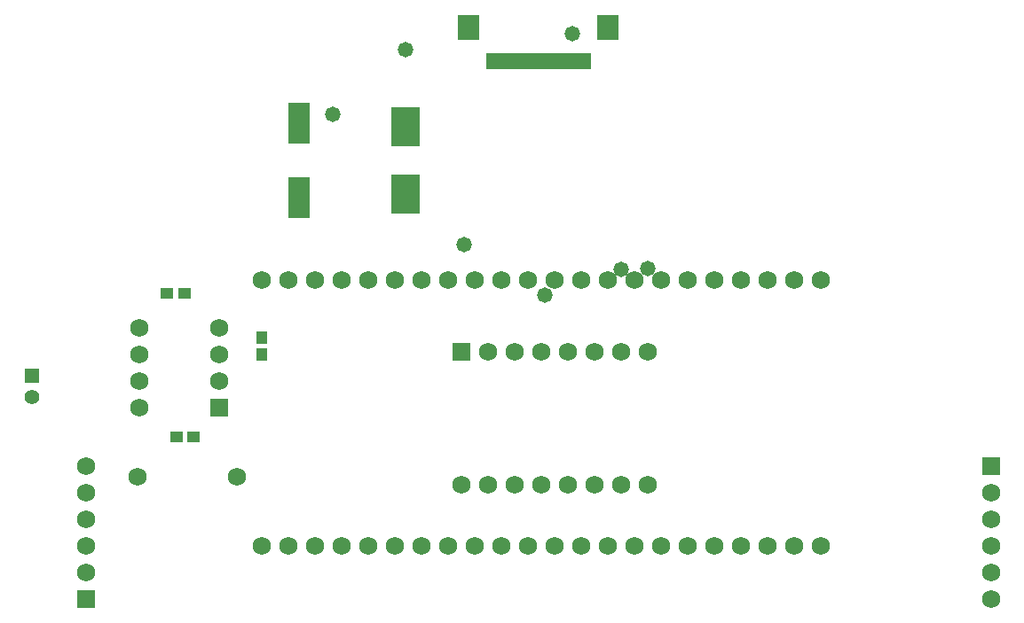
<source format=gbr>
%TF.GenerationSoftware,Altium Limited,Altium Designer,24.2.2 (26)*%
G04 Layer_Color=8388736*
%FSLAX45Y45*%
%MOMM*%
%TF.SameCoordinates,259198F7-C233-4D65-A8A2-2B75CB696E96*%
%TF.FilePolarity,Negative*%
%TF.FileFunction,Soldermask,Top*%
%TF.Part,Single*%
G01*
G75*
%TA.AperFunction,SMDPad,CuDef*%
%ADD12R,1.20606X1.05822*%
%ADD14R,1.06822X1.20651*%
%ADD15R,2.00000X4.00000*%
%ADD16R,1.20651X1.06822*%
%TA.AperFunction,ConnectorPad*%
%ADD33R,0.50320X1.50320*%
%ADD34R,2.00320X2.40320*%
%TA.AperFunction,SMDPad,CuDef*%
%ADD35R,2.70320X3.70320*%
%TA.AperFunction,ComponentPad*%
%ADD36C,1.72720*%
%ADD37R,1.72720X1.72720*%
%ADD38C,1.75320*%
%ADD39R,1.72720X1.72720*%
%ADD40C,1.40320*%
%ADD41R,1.40320X1.40320*%
%TA.AperFunction,ViaPad*%
%ADD42C,1.47320*%
D12*
X6197600Y3200400D02*
D03*
X6362817D02*
D03*
D14*
X7010400Y4152971D02*
D03*
Y3987800D02*
D03*
D15*
X7366000Y6197001D02*
D03*
Y5486999D02*
D03*
D16*
X6108629Y4572000D02*
D03*
X6273800D02*
D03*
D33*
X10127000Y6787002D02*
D03*
X10076998D02*
D03*
X10027001D02*
D03*
X9976998D02*
D03*
X9927001D02*
D03*
X9876998D02*
D03*
X9827001D02*
D03*
X9776998D02*
D03*
X9727001D02*
D03*
X9676999D02*
D03*
X9627001D02*
D03*
X9576999D02*
D03*
X9527002D02*
D03*
X9476999D02*
D03*
X9427002D02*
D03*
X9376999D02*
D03*
X9327002D02*
D03*
X9276999D02*
D03*
X9227002D02*
D03*
X9177000D02*
D03*
D34*
X10317002Y7112000D02*
D03*
X8987003D02*
D03*
D35*
X8382000Y6166998D02*
D03*
Y5517002D02*
D03*
D36*
X12090400Y4699000D02*
D03*
X11836400D02*
D03*
X11582400D02*
D03*
X11328400D02*
D03*
X11074400D02*
D03*
X10820400D02*
D03*
X10566400D02*
D03*
X10312400D02*
D03*
X10058400D02*
D03*
X9804400D02*
D03*
X9550400D02*
D03*
X9296400D02*
D03*
X9042400D02*
D03*
X8788400D02*
D03*
X8534400D02*
D03*
X8280400D02*
D03*
X8026400D02*
D03*
X7772400D02*
D03*
X7518400D02*
D03*
X7264400D02*
D03*
X7010400D02*
D03*
X12344400Y2159000D02*
D03*
X12090400D02*
D03*
X11836400D02*
D03*
X11582400D02*
D03*
X11328400D02*
D03*
X11074400D02*
D03*
X10820400D02*
D03*
X10566400D02*
D03*
X10312400D02*
D03*
X10058400D02*
D03*
X9804400D02*
D03*
X9550400D02*
D03*
X9296400D02*
D03*
X9042400D02*
D03*
X8788400D02*
D03*
X8280400D02*
D03*
X8026400D02*
D03*
X7772400D02*
D03*
X7518400D02*
D03*
X7264400D02*
D03*
X7010400D02*
D03*
X12344400Y4699000D02*
D03*
X8534400Y2159000D02*
D03*
X6604000Y3733800D02*
D03*
Y3987800D02*
D03*
Y4241800D02*
D03*
X5842000Y3479800D02*
D03*
Y3733800D02*
D03*
Y3987800D02*
D03*
Y4241800D02*
D03*
X9169400Y4013200D02*
D03*
X9423400D02*
D03*
X9677400D02*
D03*
X9931400D02*
D03*
X10185400D02*
D03*
X10439400D02*
D03*
X10693400D02*
D03*
Y2743200D02*
D03*
X10439400D02*
D03*
X10185400D02*
D03*
X9931400D02*
D03*
X9677400D02*
D03*
X9423400D02*
D03*
X9169400D02*
D03*
X8915400D02*
D03*
X13970000Y2667000D02*
D03*
Y2413000D02*
D03*
Y2159000D02*
D03*
Y1905000D02*
D03*
Y1651000D02*
D03*
X5334000Y1905000D02*
D03*
Y2159000D02*
D03*
Y2413000D02*
D03*
Y2667000D02*
D03*
Y2921000D02*
D03*
D37*
X6604000Y3479800D02*
D03*
X13970000Y2921000D02*
D03*
X5334000Y1651000D02*
D03*
D38*
X5822198Y2819400D02*
D03*
X6776202D02*
D03*
D39*
X8915400Y4013200D02*
D03*
D40*
X4816998Y3583000D02*
D03*
D41*
Y3783000D02*
D03*
D42*
X7688580Y6286500D02*
D03*
X8940800Y5034280D02*
D03*
X9713676Y4557476D02*
D03*
X10439400Y4800600D02*
D03*
X10693400Y4808220D02*
D03*
X9977120Y7053580D02*
D03*
X8382000Y6898640D02*
D03*
%TF.MD5,62312edd74b9e139812b21e2cd61ca4b*%
M02*

</source>
